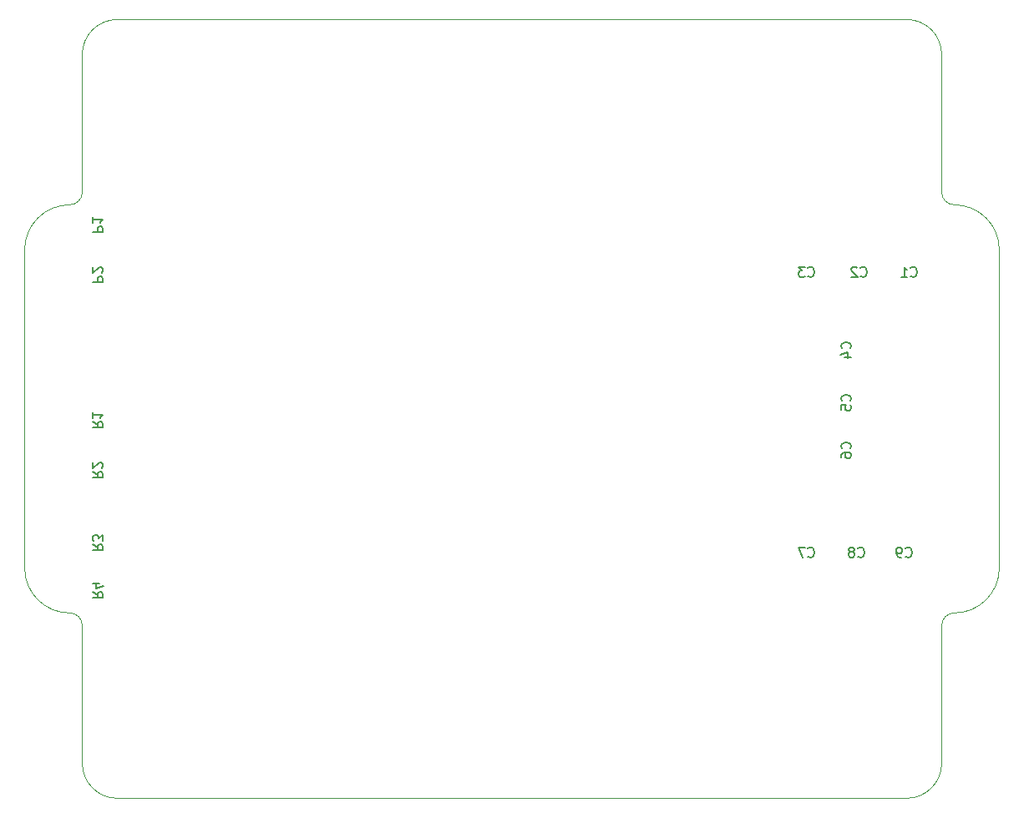
<source format=gbr>
G04 #@! TF.GenerationSoftware,KiCad,Pcbnew,(5.1.5)-3*
G04 #@! TF.CreationDate,2020-06-25T17:10:35+03:00*
G04 #@! TF.ProjectId,genv01_2,67656e76-3031-45f3-922e-6b696361645f,rev?*
G04 #@! TF.SameCoordinates,Original*
G04 #@! TF.FileFunction,Legend,Bot*
G04 #@! TF.FilePolarity,Positive*
%FSLAX46Y46*%
G04 Gerber Fmt 4.6, Leading zero omitted, Abs format (unit mm)*
G04 Created by KiCad (PCBNEW (5.1.5)-3) date 2020-06-25 17:10:35*
%MOMM*%
%LPD*%
G04 APERTURE LIST*
G04 #@! TA.AperFunction,Profile*
%ADD10C,0.050000*%
G04 #@! TD*
%ADD11C,0.150000*%
G04 APERTURE END LIST*
D10*
X110744000Y-54864000D02*
X190754000Y-54864000D01*
X110744000Y-133858000D02*
G75*
G02X107188000Y-130302000I0J3556000D01*
G01*
X107188000Y-130302000D02*
X107188000Y-116332000D01*
X107188000Y-58420000D02*
G75*
G02X110744000Y-54864000I3556000J0D01*
G01*
X194310000Y-72390000D02*
X194310000Y-58420000D01*
X105918000Y-115062000D02*
G75*
G02X101346000Y-110490000I0J4572000D01*
G01*
X200152000Y-110490000D02*
G75*
G02X195580000Y-115062000I-4572000J0D01*
G01*
X190754000Y-54864000D02*
G75*
G02X194310000Y-58420000I0J-3556000D01*
G01*
X194310000Y-116332000D02*
X194310000Y-130302000D01*
X190754000Y-133858000D02*
X110744000Y-133858000D01*
X105918000Y-115062000D02*
G75*
G02X107188000Y-116332000I0J-1270000D01*
G01*
X194310000Y-130302000D02*
G75*
G02X190754000Y-133858000I-3556000J0D01*
G01*
X107188000Y-72390000D02*
X107188000Y-58420000D01*
X107188000Y-72390000D02*
G75*
G02X105918000Y-73660000I-1270000J0D01*
G01*
X195580000Y-73660000D02*
G75*
G02X194310000Y-72390000I0J1270000D01*
G01*
X194310000Y-116332000D02*
G75*
G02X195580000Y-115062000I1270000J0D01*
G01*
X101346000Y-78232000D02*
G75*
G02X105918000Y-73660000I4572000J0D01*
G01*
X200152000Y-78232000D02*
X200152000Y-110490000D01*
X101346000Y-78232000D02*
X101346000Y-110490000D01*
X195580000Y-73660000D02*
G75*
G02X200152000Y-78232000I0J-4572000D01*
G01*
D11*
X185015142Y-98385333D02*
X185062761Y-98337714D01*
X185110380Y-98194857D01*
X185110380Y-98099619D01*
X185062761Y-97956761D01*
X184967523Y-97861523D01*
X184872285Y-97813904D01*
X184681809Y-97766285D01*
X184538952Y-97766285D01*
X184348476Y-97813904D01*
X184253238Y-97861523D01*
X184158000Y-97956761D01*
X184110380Y-98099619D01*
X184110380Y-98194857D01*
X184158000Y-98337714D01*
X184205619Y-98385333D01*
X184110380Y-99242476D02*
X184110380Y-99052000D01*
X184158000Y-98956761D01*
X184205619Y-98909142D01*
X184348476Y-98813904D01*
X184538952Y-98766285D01*
X184919904Y-98766285D01*
X185015142Y-98813904D01*
X185062761Y-98861523D01*
X185110380Y-98956761D01*
X185110380Y-99147238D01*
X185062761Y-99242476D01*
X185015142Y-99290095D01*
X184919904Y-99337714D01*
X184681809Y-99337714D01*
X184586571Y-99290095D01*
X184538952Y-99242476D01*
X184491333Y-99147238D01*
X184491333Y-98956761D01*
X184538952Y-98861523D01*
X184586571Y-98813904D01*
X184681809Y-98766285D01*
X108259619Y-95670666D02*
X108735809Y-96004000D01*
X108259619Y-96242095D02*
X109259619Y-96242095D01*
X109259619Y-95861142D01*
X109212000Y-95765904D01*
X109164380Y-95718285D01*
X109069142Y-95670666D01*
X108926285Y-95670666D01*
X108831047Y-95718285D01*
X108783428Y-95765904D01*
X108735809Y-95861142D01*
X108735809Y-96242095D01*
X108259619Y-94718285D02*
X108259619Y-95289714D01*
X108259619Y-95004000D02*
X109259619Y-95004000D01*
X109116761Y-95099238D01*
X109021523Y-95194476D01*
X108973904Y-95289714D01*
X191174666Y-80875142D02*
X191222285Y-80922761D01*
X191365142Y-80970380D01*
X191460380Y-80970380D01*
X191603238Y-80922761D01*
X191698476Y-80827523D01*
X191746095Y-80732285D01*
X191793714Y-80541809D01*
X191793714Y-80398952D01*
X191746095Y-80208476D01*
X191698476Y-80113238D01*
X191603238Y-80018000D01*
X191460380Y-79970380D01*
X191365142Y-79970380D01*
X191222285Y-80018000D01*
X191174666Y-80065619D01*
X190222285Y-80970380D02*
X190793714Y-80970380D01*
X190508000Y-80970380D02*
X190508000Y-79970380D01*
X190603238Y-80113238D01*
X190698476Y-80208476D01*
X190793714Y-80256095D01*
X190666666Y-109323142D02*
X190714285Y-109370761D01*
X190857142Y-109418380D01*
X190952380Y-109418380D01*
X191095238Y-109370761D01*
X191190476Y-109275523D01*
X191238095Y-109180285D01*
X191285714Y-108989809D01*
X191285714Y-108846952D01*
X191238095Y-108656476D01*
X191190476Y-108561238D01*
X191095238Y-108466000D01*
X190952380Y-108418380D01*
X190857142Y-108418380D01*
X190714285Y-108466000D01*
X190666666Y-108513619D01*
X190190476Y-109418380D02*
X190000000Y-109418380D01*
X189904761Y-109370761D01*
X189857142Y-109323142D01*
X189761904Y-109180285D01*
X189714285Y-108989809D01*
X189714285Y-108608857D01*
X189761904Y-108513619D01*
X189809523Y-108466000D01*
X189904761Y-108418380D01*
X190095238Y-108418380D01*
X190190476Y-108466000D01*
X190238095Y-108513619D01*
X190285714Y-108608857D01*
X190285714Y-108846952D01*
X190238095Y-108942190D01*
X190190476Y-108989809D01*
X190095238Y-109037428D01*
X189904761Y-109037428D01*
X189809523Y-108989809D01*
X189761904Y-108942190D01*
X189714285Y-108846952D01*
X185015142Y-88225333D02*
X185062761Y-88177714D01*
X185110380Y-88034857D01*
X185110380Y-87939619D01*
X185062761Y-87796761D01*
X184967523Y-87701523D01*
X184872285Y-87653904D01*
X184681809Y-87606285D01*
X184538952Y-87606285D01*
X184348476Y-87653904D01*
X184253238Y-87701523D01*
X184158000Y-87796761D01*
X184110380Y-87939619D01*
X184110380Y-88034857D01*
X184158000Y-88177714D01*
X184205619Y-88225333D01*
X184443714Y-89082476D02*
X185110380Y-89082476D01*
X184062761Y-88844380D02*
X184777047Y-88606285D01*
X184777047Y-89225333D01*
X185015142Y-93559333D02*
X185062761Y-93511714D01*
X185110380Y-93368857D01*
X185110380Y-93273619D01*
X185062761Y-93130761D01*
X184967523Y-93035523D01*
X184872285Y-92987904D01*
X184681809Y-92940285D01*
X184538952Y-92940285D01*
X184348476Y-92987904D01*
X184253238Y-93035523D01*
X184158000Y-93130761D01*
X184110380Y-93273619D01*
X184110380Y-93368857D01*
X184158000Y-93511714D01*
X184205619Y-93559333D01*
X184110380Y-94464095D02*
X184110380Y-93987904D01*
X184586571Y-93940285D01*
X184538952Y-93987904D01*
X184491333Y-94083142D01*
X184491333Y-94321238D01*
X184538952Y-94416476D01*
X184586571Y-94464095D01*
X184681809Y-94511714D01*
X184919904Y-94511714D01*
X185015142Y-94464095D01*
X185062761Y-94416476D01*
X185110380Y-94321238D01*
X185110380Y-94083142D01*
X185062761Y-93987904D01*
X185015142Y-93940285D01*
X186094666Y-80875142D02*
X186142285Y-80922761D01*
X186285142Y-80970380D01*
X186380380Y-80970380D01*
X186523238Y-80922761D01*
X186618476Y-80827523D01*
X186666095Y-80732285D01*
X186713714Y-80541809D01*
X186713714Y-80398952D01*
X186666095Y-80208476D01*
X186618476Y-80113238D01*
X186523238Y-80018000D01*
X186380380Y-79970380D01*
X186285142Y-79970380D01*
X186142285Y-80018000D01*
X186094666Y-80065619D01*
X185713714Y-80065619D02*
X185666095Y-80018000D01*
X185570857Y-79970380D01*
X185332761Y-79970380D01*
X185237523Y-80018000D01*
X185189904Y-80065619D01*
X185142285Y-80160857D01*
X185142285Y-80256095D01*
X185189904Y-80398952D01*
X185761333Y-80970380D01*
X185142285Y-80970380D01*
X108259619Y-112942666D02*
X108735809Y-113276000D01*
X108259619Y-113514095D02*
X109259619Y-113514095D01*
X109259619Y-113133142D01*
X109212000Y-113037904D01*
X109164380Y-112990285D01*
X109069142Y-112942666D01*
X108926285Y-112942666D01*
X108831047Y-112990285D01*
X108783428Y-113037904D01*
X108735809Y-113133142D01*
X108735809Y-113514095D01*
X108926285Y-112085523D02*
X108259619Y-112085523D01*
X109307238Y-112323619D02*
X108592952Y-112561714D01*
X108592952Y-111942666D01*
X180760666Y-80875142D02*
X180808285Y-80922761D01*
X180951142Y-80970380D01*
X181046380Y-80970380D01*
X181189238Y-80922761D01*
X181284476Y-80827523D01*
X181332095Y-80732285D01*
X181379714Y-80541809D01*
X181379714Y-80398952D01*
X181332095Y-80208476D01*
X181284476Y-80113238D01*
X181189238Y-80018000D01*
X181046380Y-79970380D01*
X180951142Y-79970380D01*
X180808285Y-80018000D01*
X180760666Y-80065619D01*
X180427333Y-79970380D02*
X179808285Y-79970380D01*
X180141619Y-80351333D01*
X179998761Y-80351333D01*
X179903523Y-80398952D01*
X179855904Y-80446571D01*
X179808285Y-80541809D01*
X179808285Y-80779904D01*
X179855904Y-80875142D01*
X179903523Y-80922761D01*
X179998761Y-80970380D01*
X180284476Y-80970380D01*
X180379714Y-80922761D01*
X180427333Y-80875142D01*
X108259619Y-76430095D02*
X109259619Y-76430095D01*
X109259619Y-76049142D01*
X109212000Y-75953904D01*
X109164380Y-75906285D01*
X109069142Y-75858666D01*
X108926285Y-75858666D01*
X108831047Y-75906285D01*
X108783428Y-75953904D01*
X108735809Y-76049142D01*
X108735809Y-76430095D01*
X108259619Y-74906285D02*
X108259619Y-75477714D01*
X108259619Y-75192000D02*
X109259619Y-75192000D01*
X109116761Y-75287238D01*
X109021523Y-75382476D01*
X108973904Y-75477714D01*
X108259619Y-81510095D02*
X109259619Y-81510095D01*
X109259619Y-81129142D01*
X109212000Y-81033904D01*
X109164380Y-80986285D01*
X109069142Y-80938666D01*
X108926285Y-80938666D01*
X108831047Y-80986285D01*
X108783428Y-81033904D01*
X108735809Y-81129142D01*
X108735809Y-81510095D01*
X109164380Y-80557714D02*
X109212000Y-80510095D01*
X109259619Y-80414857D01*
X109259619Y-80176761D01*
X109212000Y-80081523D01*
X109164380Y-80033904D01*
X109069142Y-79986285D01*
X108973904Y-79986285D01*
X108831047Y-80033904D01*
X108259619Y-80605333D01*
X108259619Y-79986285D01*
X185840666Y-109323142D02*
X185888285Y-109370761D01*
X186031142Y-109418380D01*
X186126380Y-109418380D01*
X186269238Y-109370761D01*
X186364476Y-109275523D01*
X186412095Y-109180285D01*
X186459714Y-108989809D01*
X186459714Y-108846952D01*
X186412095Y-108656476D01*
X186364476Y-108561238D01*
X186269238Y-108466000D01*
X186126380Y-108418380D01*
X186031142Y-108418380D01*
X185888285Y-108466000D01*
X185840666Y-108513619D01*
X185269238Y-108846952D02*
X185364476Y-108799333D01*
X185412095Y-108751714D01*
X185459714Y-108656476D01*
X185459714Y-108608857D01*
X185412095Y-108513619D01*
X185364476Y-108466000D01*
X185269238Y-108418380D01*
X185078761Y-108418380D01*
X184983523Y-108466000D01*
X184935904Y-108513619D01*
X184888285Y-108608857D01*
X184888285Y-108656476D01*
X184935904Y-108751714D01*
X184983523Y-108799333D01*
X185078761Y-108846952D01*
X185269238Y-108846952D01*
X185364476Y-108894571D01*
X185412095Y-108942190D01*
X185459714Y-109037428D01*
X185459714Y-109227904D01*
X185412095Y-109323142D01*
X185364476Y-109370761D01*
X185269238Y-109418380D01*
X185078761Y-109418380D01*
X184983523Y-109370761D01*
X184935904Y-109323142D01*
X184888285Y-109227904D01*
X184888285Y-109037428D01*
X184935904Y-108942190D01*
X184983523Y-108894571D01*
X185078761Y-108846952D01*
X108259619Y-108116666D02*
X108735809Y-108450000D01*
X108259619Y-108688095D02*
X109259619Y-108688095D01*
X109259619Y-108307142D01*
X109212000Y-108211904D01*
X109164380Y-108164285D01*
X109069142Y-108116666D01*
X108926285Y-108116666D01*
X108831047Y-108164285D01*
X108783428Y-108211904D01*
X108735809Y-108307142D01*
X108735809Y-108688095D01*
X109259619Y-107783333D02*
X109259619Y-107164285D01*
X108878666Y-107497619D01*
X108878666Y-107354761D01*
X108831047Y-107259523D01*
X108783428Y-107211904D01*
X108688190Y-107164285D01*
X108450095Y-107164285D01*
X108354857Y-107211904D01*
X108307238Y-107259523D01*
X108259619Y-107354761D01*
X108259619Y-107640476D01*
X108307238Y-107735714D01*
X108354857Y-107783333D01*
X180760666Y-109323142D02*
X180808285Y-109370761D01*
X180951142Y-109418380D01*
X181046380Y-109418380D01*
X181189238Y-109370761D01*
X181284476Y-109275523D01*
X181332095Y-109180285D01*
X181379714Y-108989809D01*
X181379714Y-108846952D01*
X181332095Y-108656476D01*
X181284476Y-108561238D01*
X181189238Y-108466000D01*
X181046380Y-108418380D01*
X180951142Y-108418380D01*
X180808285Y-108466000D01*
X180760666Y-108513619D01*
X180427333Y-108418380D02*
X179760666Y-108418380D01*
X180189238Y-109418380D01*
X108259619Y-100750666D02*
X108735809Y-101084000D01*
X108259619Y-101322095D02*
X109259619Y-101322095D01*
X109259619Y-100941142D01*
X109212000Y-100845904D01*
X109164380Y-100798285D01*
X109069142Y-100750666D01*
X108926285Y-100750666D01*
X108831047Y-100798285D01*
X108783428Y-100845904D01*
X108735809Y-100941142D01*
X108735809Y-101322095D01*
X109164380Y-100369714D02*
X109212000Y-100322095D01*
X109259619Y-100226857D01*
X109259619Y-99988761D01*
X109212000Y-99893523D01*
X109164380Y-99845904D01*
X109069142Y-99798285D01*
X108973904Y-99798285D01*
X108831047Y-99845904D01*
X108259619Y-100417333D01*
X108259619Y-99798285D01*
M02*

</source>
